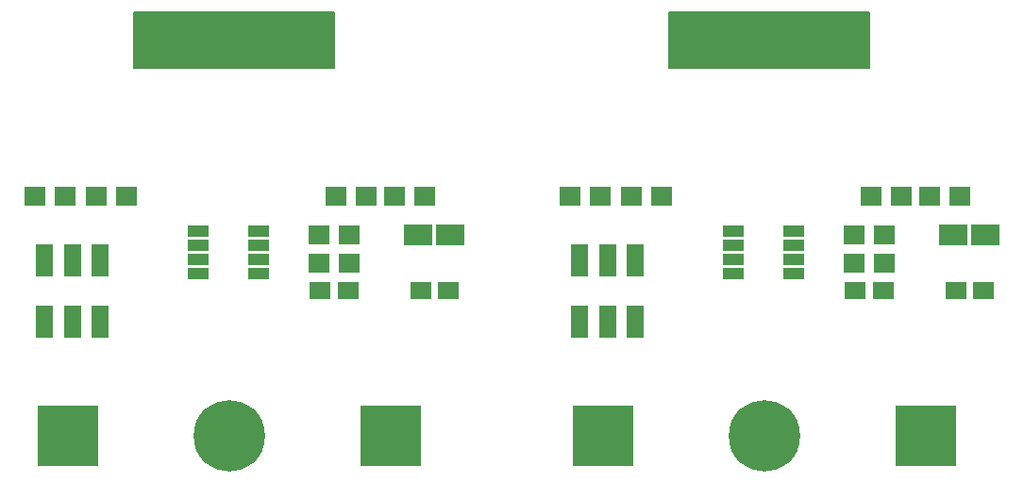
<source format=gts>
G04 #@! TF.GenerationSoftware,KiCad,Pcbnew,(5.0.0)*
G04 #@! TF.CreationDate,2019-01-07T22:48:05+01:00*
G04 #@! TF.ProjectId,panel,70616E656C2E6B696361645F70636200,rev?*
G04 #@! TF.SameCoordinates,Original*
G04 #@! TF.FileFunction,Soldermask,Top*
G04 #@! TF.FilePolarity,Negative*
%FSLAX46Y46*%
G04 Gerber Fmt 4.6, Leading zero omitted, Abs format (unit mm)*
G04 Created by KiCad (PCBNEW (5.0.0)) date 01/07/19 22:48:05*
%MOMM*%
%LPD*%
G01*
G04 APERTURE LIST*
%ADD10C,0.150000*%
%ADD11R,2.600000X1.900000*%
%ADD12R,1.900000X1.650000*%
%ADD13C,6.400000*%
%ADD14R,5.480000X5.480000*%
%ADD15R,1.950000X1.000000*%
%ADD16R,1.600000X2.900000*%
%ADD17R,1.900000X1.700000*%
G04 APERTURE END LIST*
D10*
G36*
X155250000Y-90200000D02*
X173250000Y-90200000D01*
X173250000Y-85200000D01*
X155250000Y-85200000D01*
X155250000Y-90200000D01*
G37*
X155250000Y-90200000D02*
X173250000Y-90200000D01*
X173250000Y-85200000D01*
X155250000Y-85200000D01*
X155250000Y-90200000D01*
G36*
X107250000Y-90200000D02*
X125250000Y-90200000D01*
X125250000Y-85200000D01*
X107250000Y-85200000D01*
X107250000Y-90200000D01*
G37*
X107250000Y-90200000D02*
X125250000Y-90200000D01*
X125250000Y-85200000D01*
X107250000Y-85200000D01*
X107250000Y-90200000D01*
D11*
G04 #@! TO.C,D1*
X180750000Y-105200000D03*
X183650000Y-105200000D03*
G04 #@! TD*
D12*
G04 #@! TO.C,C2*
X183500000Y-110200000D03*
X181000000Y-110200000D03*
G04 #@! TD*
D13*
G04 #@! TO.C,BT1*
X163850000Y-123200000D03*
D14*
X178315000Y-123200000D03*
X149385000Y-123200000D03*
G04 #@! TD*
D15*
G04 #@! TO.C,U1*
X161050000Y-104795000D03*
X161050000Y-106065000D03*
X161050000Y-107335000D03*
X161050000Y-108605000D03*
X166450000Y-108605000D03*
X166450000Y-107335000D03*
X166450000Y-106065000D03*
X166450000Y-104795000D03*
G04 #@! TD*
D16*
G04 #@! TO.C,SW1*
X147250000Y-107450000D03*
X149750000Y-107450000D03*
X152250000Y-107450000D03*
X147250000Y-112950000D03*
X149750000Y-112950000D03*
X152250000Y-112950000D03*
G04 #@! TD*
D17*
G04 #@! TO.C,R1*
X171900000Y-105200000D03*
X174600000Y-105200000D03*
G04 #@! TD*
D12*
G04 #@! TO.C,C1*
X174500000Y-110200000D03*
X172000000Y-110200000D03*
G04 #@! TD*
D17*
G04 #@! TO.C,R2*
X171900000Y-107700000D03*
X174600000Y-107700000D03*
G04 #@! TD*
G04 #@! TO.C,D2*
X154600000Y-101700000D03*
X151900000Y-101700000D03*
G04 #@! TD*
G04 #@! TO.C,D3*
X176100000Y-101700000D03*
X173400000Y-101700000D03*
G04 #@! TD*
G04 #@! TO.C,R4*
X178650000Y-101700000D03*
X181350000Y-101700000D03*
G04 #@! TD*
G04 #@! TO.C,R3*
X146400000Y-101700000D03*
X149100000Y-101700000D03*
G04 #@! TD*
D14*
G04 #@! TO.C,BT1*
X101385000Y-123200000D03*
X130315000Y-123200000D03*
D13*
X115850000Y-123200000D03*
G04 #@! TD*
D12*
G04 #@! TO.C,C1*
X124000000Y-110200000D03*
X126500000Y-110200000D03*
G04 #@! TD*
G04 #@! TO.C,C2*
X133000000Y-110200000D03*
X135500000Y-110200000D03*
G04 #@! TD*
D17*
G04 #@! TO.C,D2*
X103900000Y-101700000D03*
X106600000Y-101700000D03*
G04 #@! TD*
G04 #@! TO.C,D3*
X125400000Y-101700000D03*
X128100000Y-101700000D03*
G04 #@! TD*
G04 #@! TO.C,R1*
X126600000Y-105200000D03*
X123900000Y-105200000D03*
G04 #@! TD*
G04 #@! TO.C,R2*
X126600000Y-107700000D03*
X123900000Y-107700000D03*
G04 #@! TD*
G04 #@! TO.C,R3*
X101100000Y-101700000D03*
X98400000Y-101700000D03*
G04 #@! TD*
G04 #@! TO.C,R4*
X133350000Y-101700000D03*
X130650000Y-101700000D03*
G04 #@! TD*
D16*
G04 #@! TO.C,SW1*
X104250000Y-112950000D03*
X101750000Y-112950000D03*
X99250000Y-112950000D03*
X104250000Y-107450000D03*
X101750000Y-107450000D03*
X99250000Y-107450000D03*
G04 #@! TD*
D15*
G04 #@! TO.C,U1*
X118450000Y-104795000D03*
X118450000Y-106065000D03*
X118450000Y-107335000D03*
X118450000Y-108605000D03*
X113050000Y-108605000D03*
X113050000Y-107335000D03*
X113050000Y-106065000D03*
X113050000Y-104795000D03*
G04 #@! TD*
D11*
G04 #@! TO.C,D1*
X135650000Y-105200000D03*
X132750000Y-105200000D03*
G04 #@! TD*
M02*

</source>
